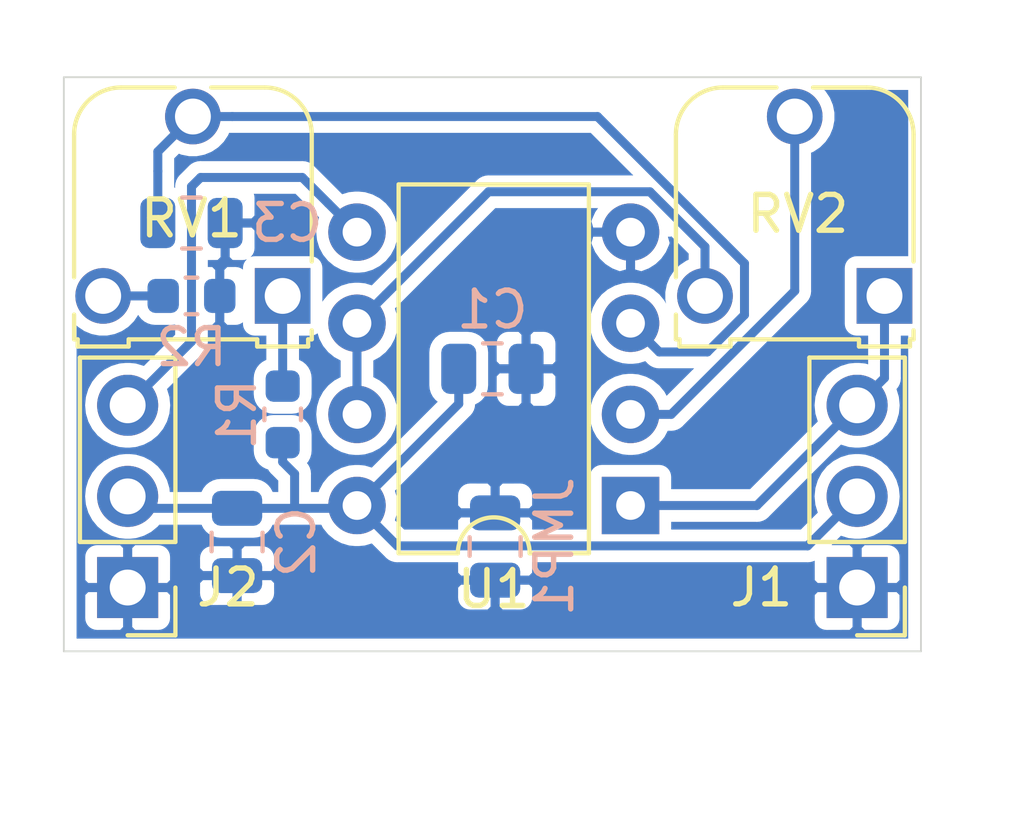
<source format=kicad_pcb>
(kicad_pcb (version 20240108) (generator "pcbnew") (generator_version "8.0")
  (layers (0 "F.Cu" signal) (31 "B.Cu" signal) (34 "B.Paste" user) (35 "F.Paste" user) (36 "B.SilkS" user "B.Silkscreen") (37 "F.SilkS" user "F.Silkscreen") (38 "B.Mask" user) (39 "F.Mask" user) (44 "Edge.Cuts" user))
  (net 0 "")
  (net 1 "+5V")
  (net 2 "GND")
  (net 3 "Net-(C3-Pad2)")
  (net 4 "/OUTPUT")
  (net 5 "Net-(J2-Pad3)")
  (net 6 "Net-(R1-Pad2)")
  (net 7 "Net-(R2-Pad1)")
  (net 8 "Net-(RV2-Pad2)")
  (net 9 "Net-(RV2-Pad3)")
  (footprint "Connector_PinHeader_2.54mm:PinHeader_1x03_P2.54mm_Vertical" (layer "F.Cu") (at 162.56 108.204 180)
    (property "Reference" "J1" (at 2.667 0 0) (layer "F.SilkS"))
    (property "Value" "Conn_01x03")
    (fp_line (start 1.33 1.27) (end 1.33 6.41) (stroke (width 0.12)) (layer "F.SilkS"))
    (fp_line (start -1.33 6.41) (end 1.33 6.41) (stroke (width 0.12)) (layer "F.SilkS"))
    (fp_line (start -1.33 1.27) (end 1.33 1.27) (stroke (width 0.12)) (layer "F.SilkS"))
    (fp_line (start -1.33 1.27) (end -1.33 6.41) (stroke (width 0.12)) (layer "F.SilkS"))
    (fp_line (start -1.33 0) (end -1.33 -1.33) (stroke (width 0.12)) (layer "F.SilkS"))
    (fp_line (start -1.33 -1.33) (end 0 -1.33) (stroke (width 0.12)) (layer "F.SilkS"))
    (pad "1" thru_hole rect (at 0 0 180) (size 1.7 1.7) (drill 1) (layers "*.Cu" "*.Mask") (net 2 "GND"))
    (pad "2" thru_hole oval (at 0 2.54 180) (size 1.7 1.7) (drill 1) (layers "*.Cu" "*.Mask") (net 1 "+5V"))
    (pad "3" thru_hole oval (at 0 5.08 180) (size 1.7 1.7) (drill 1) (layers "*.Cu" "*.Mask") (net 4 "/OUTPUT"))
  )
  (footprint "Package_DIP:DIP-8_W7.62mm" (layer "F.Cu") (at 156.2481 105.918 180)
    (property "Reference" "U1" (at 3.81 -2.33 0) (layer "F.SilkS"))
    (property "Value" "LMC6482")
    (fp_line (start 6.46 8.95) (end 6.46 -1.33) (stroke (width 0.12)) (layer "F.SilkS"))
    (fp_line (start 6.46 -1.33) (end 4.81 -1.33) (stroke (width 0.12)) (layer "F.SilkS"))
    (fp_line (start 2.81 -1.33) (end 1.16 -1.33) (stroke (width 0.12)) (layer "F.SilkS"))
    (fp_line (start 1.16 8.95) (end 6.46 8.95) (stroke (width 0.12)) (layer "F.SilkS"))
    (fp_line (start 1.16 -1.33) (end 1.16 8.95) (stroke (width 0.12)) (layer "F.SilkS"))
    (fp_arc (start 4.81 -1.33) (mid 3.81 -0.33) (end 2.81 -1.33) (stroke (width 0.12)) (layer "F.SilkS"))
    (pad "1" thru_hole rect (at 0 0 180) (size 1.6 1.6) (drill 0.8) (layers "*.Cu" "*.Mask") (net 4 "/OUTPUT"))
    (pad "2" thru_hole oval (at 0 2.54 180) (size 1.6 1.6) (drill 0.8) (layers "*.Cu" "*.Mask") (net 8 "Net-(RV2-Pad2)"))
    (pad "3" thru_hole oval (at 0 5.08 180) (size 1.6 1.6) (drill 0.8) (layers "*.Cu" "*.Mask") (net 3 "Net-(C3-Pad2)"))
    (pad "4" thru_hole oval (at 0 7.62 180) (size 1.6 1.6) (drill 0.8) (layers "*.Cu" "*.Mask") (net 2 "GND"))
    (pad "5" thru_hole oval (at 7.62 7.62 180) (size 1.6 1.6) (drill 0.8) (layers "*.Cu" "*.Mask") (net 5 "Net-(J2-Pad3)"))
    (pad "6" thru_hole oval (at 7.62 5.08 180) (size 1.6 1.6) (drill 0.8) (layers "*.Cu" "*.Mask") (net 9 "Net-(RV2-Pad3)"))
    (pad "7" thru_hole oval (at 7.62 2.54 180) (size 1.6 1.6) (drill 0.8) (layers "*.Cu" "*.Mask") (net 9 "Net-(RV2-Pad3)"))
    (pad "8" thru_hole oval (at 7.62 0 180) (size 1.6 1.6) (drill 0.8) (layers "*.Cu" "*.Mask") (net 1 "+5V"))
  )
  (footprint "Potentiometer_THT:Potentiometer_Runtron_RM-065_Vertical" (layer "F.Cu") (at 146.558 100.076 180)
    (property "Reference" "RV1" (at 2.54 2.159 0) (layer "F.SilkS"))
    (property "Value" "2k")
    (fp_line (start 5.81 0.52) (end 5.81 4.5) (stroke (width 0.12)) (layer "F.SilkS"))
    (fp_line (start 5.81 -1.21) (end 5.81 -0.52) (stroke (width 0.12)) (layer "F.SilkS"))
    (fp_line (start 5.71 -1.21) (end 5.81 -1.21) (stroke (width 0.12)) (layer "F.SilkS"))
    (fp_line (start 5.71 -1.41) (end 5.71 -1.21) (stroke (width 0.12)) (layer "F.SilkS"))
    (fp_line (start 4.5 5.81) (end 3.01 5.81) (stroke (width 0.12)) (layer "F.SilkS"))
    (fp_line (start 4.29 -1.21) (end 4.29 -1.41) (stroke (width 0.12)) (layer "F.SilkS"))
    (fp_line (start 4.29 -1.41) (end 5.71 -1.41) (stroke (width 0.12)) (layer "F.SilkS"))
    (fp_line (start 1.99 5.81) (end 0.5 5.81) (stroke (width 0.12)) (layer "F.SilkS"))
    (fp_line (start 0.71 -1.21) (end 4.29 -1.21) (stroke (width 0.12)) (layer "F.SilkS"))
    (fp_line (start 0.71 -1.21) (end 0.71 -1.41) (stroke (width 0.12)) (layer "F.SilkS"))
    (fp_line (start -0.71 -1.21) (end -0.81 -1.21) (stroke (width 0.12)) (layer "F.SilkS"))
    (fp_line (start -0.71 -1.41) (end 0.71 -1.41) (stroke (width 0.12)) (layer "F.SilkS"))
    (fp_line (start -0.71 -1.41) (end -0.71 -1.21) (stroke (width 0.12)) (layer "F.SilkS"))
    (fp_line (start -0.81 4.5) (end -0.81 0.96) (stroke (width 0.12)) (layer "F.SilkS"))
    (fp_line (start -0.81 -1.21) (end -0.81 -0.96) (stroke (width 0.12)) (layer "F.SilkS"))
    (fp_arc (start 5.81 4.5) (mid 5.42631 5.42631) (end 4.5 5.81) (stroke (width 0.12)) (layer "F.SilkS"))
    (fp_arc (start 0.5 5.81) (mid -0.42631 5.42631) (end -0.81 4.5) (stroke (width 0.12)) (layer "F.SilkS"))
    (pad "1" thru_hole rect (at 0 0 180) (size 1.55 1.55) (drill 1) (layers "*.Cu" "*.Mask") (net 6 "Net-(R1-Pad2)"))
    (pad "2" thru_hole circle (at 2.5 5 180) (size 1.55 1.55) (drill 1) (layers "*.Cu" "*.Mask") (net 3 "Net-(C3-Pad2)"))
    (pad "3" thru_hole circle (at 5 0 180) (size 1.55 1.55) (drill 1) (layers "*.Cu" "*.Mask") (net 7 "Net-(R2-Pad1)"))
  )
  (footprint "Potentiometer_THT:Potentiometer_Runtron_RM-065_Vertical" (layer "F.Cu") (at 163.322 100.076 180)
    (property "Reference" "RV2" (at 2.413 2.286 0) (layer "F.SilkS"))
    (property "Value" "300k")
    (fp_line (start 5.81 0.52) (end 5.81 4.5) (stroke (width 0.12)) (layer "F.SilkS"))
    (fp_line (start 5.81 -1.21) (end 5.81 -0.52) (stroke (width 0.12)) (layer "F.SilkS"))
    (fp_line (start 5.71 -1.21) (end 5.81 -1.21) (stroke (width 0.12)) (layer "F.SilkS"))
    (fp_line (start 5.71 -1.41) (end 5.71 -1.21) (stroke (width 0.12)) (layer "F.SilkS"))
    (fp_line (start 4.5 5.81) (end 3.01 5.81) (stroke (width 0.12)) (layer "F.SilkS"))
    (fp_line (start 4.29 -1.21) (end 4.29 -1.41) (stroke (width 0.12)) (layer "F.SilkS"))
    (fp_line (start 4.29 -1.41) (end 5.71 -1.41) (stroke (width 0.12)) (layer "F.SilkS"))
    (fp_line (start 1.99 5.81) (end 0.5 5.81) (stroke (width 0.12)) (layer "F.SilkS"))
    (fp_line (start 0.71 -1.21) (end 4.29 -1.21) (stroke (width 0.12)) (layer "F.SilkS"))
    (fp_line (start 0.71 -1.21) (end 0.71 -1.41) (stroke (width 0.12)) (layer "F.SilkS"))
    (fp_line (start -0.71 -1.21) (end -0.81 -1.21) (stroke (width 0.12)) (layer "F.SilkS"))
    (fp_line (start -0.71 -1.41) (end 0.71 -1.41) (stroke (width 0.12)) (layer "F.SilkS"))
    (fp_line (start -0.71 -1.41) (end -0.71 -1.21) (stroke (width 0.12)) (layer "F.SilkS"))
    (fp_line (start -0.81 4.5) (end -0.81 0.96) (stroke (width 0.12)) (layer "F.SilkS"))
    (fp_line (start -0.81 -1.21) (end -0.81 -0.96) (stroke (width 0.12)) (layer "F.SilkS"))
    (fp_arc (start 5.81 4.5) (mid 5.42631 5.42631) (end 4.5 5.81) (stroke (width 0.12)) (layer "F.SilkS"))
    (fp_arc (start 0.5 5.81) (mid -0.42631 5.42631) (end -0.81 4.5) (stroke (width 0.12)) (layer "F.SilkS"))
    (pad "1" thru_hole rect (at 0 0 180) (size 1.55 1.55) (drill 1) (layers "*.Cu" "*.Mask") (net 4 "/OUTPUT"))
    (pad "2" thru_hole circle (at 2.5 5 180) (size 1.55 1.55) (drill 1) (layers "*.Cu" "*.Mask") (net 8 "Net-(RV2-Pad2)"))
    (pad "3" thru_hole circle (at 5 0 180) (size 1.55 1.55) (drill 1) (layers "*.Cu" "*.Mask") (net 9 "Net-(RV2-Pad3)"))
  )
  (footprint "Connector_PinHeader_2.54mm:PinHeader_1x03_P2.54mm_Vertical" (layer "F.Cu") (at 142.24 108.204 180)
    (property "Reference" "J2" (at -2.794 0 0) (layer "F.SilkS"))
    (property "Value" "Hall")
    (fp_line (start 1.33 1.27) (end 1.33 6.41) (stroke (width 0.12)) (layer "F.SilkS"))
    (fp_line (start -1.33 6.41) (end 1.33 6.41) (stroke (width 0.12)) (layer "F.SilkS"))
    (fp_line (start -1.33 1.27) (end 1.33 1.27) (stroke (width 0.12)) (layer "F.SilkS"))
    (fp_line (start -1.33 1.27) (end -1.33 6.41) (stroke (width 0.12)) (layer "F.SilkS"))
    (fp_line (start -1.33 0) (end -1.33 -1.33) (stroke (width 0.12)) (layer "F.SilkS"))
    (fp_line (start -1.33 -1.33) (end 0 -1.33) (stroke (width 0.12)) (layer "F.SilkS"))
    (pad "1" thru_hole rect (at 0 0 180) (size 1.7 1.7) (drill 1) (layers "*.Cu" "*.Mask") (net 2 "GND"))
    (pad "2" thru_hole oval (at 0 2.54 180) (size 1.7 1.7) (drill 1) (layers "*.Cu" "*.Mask") (net 1 "+5V"))
    (pad "3" thru_hole oval (at 0 5.08 180) (size 1.7 1.7) (drill 1) (layers "*.Cu" "*.Mask") (net 5 "Net-(J2-Pad3)"))
  )
  (footprint "Capacitor_SMD:C_0805_2012Metric" (layer "B.Cu") (at 144.018 98.044 180)
    (property "Reference" "C3" (at -2.667 0 0) (layer "B.SilkS") (effects (justify mirror)))
    (property "Value" "100n")
    (fp_line (start -0.258578 0.71) (end 0.258578 0.71) (stroke (width 0.12)) (layer "B.SilkS"))
    (fp_line (start -0.258578 -0.71) (end 0.258578 -0.71) (stroke (width 0.12)) (layer "B.SilkS"))
    (pad "1" smd roundrect (at -0.9375 0 180) (size 0.975 1.4) (layers "B.Cu" "B.Paste" "B.Mask") (net 2 "GND"))
    (pad "2" smd roundrect (at 0.9375 0 180) (size 0.975 1.4) (layers "B.Cu" "B.Paste" "B.Mask") (net 3 "Net-(C3-Pad2)"))
  )
  (footprint "Resistor_SMD:R_0603_1608Metric" (layer "B.Cu") (at 146.558 103.378 90)
    (property "Reference" "R1" (at 0 -1.27 90) (layer "B.SilkS") (effects (justify mirror)))
    (property "Value" "10k")
    (fp_line (start -0.162779 -0.51) (end 0.162779 -0.51) (stroke (width 0.12)) (layer "B.SilkS"))
    (fp_line (start -0.162779 0.51) (end 0.162779 0.51) (stroke (width 0.12)) (layer "B.SilkS"))
    (pad "1" smd roundrect (at -0.7875 0 90) (size 0.875 0.95) (layers "B.Cu" "B.Paste" "B.Mask") (net 1 "+5V"))
    (pad "2" smd roundrect (at 0.7875 0 90) (size 0.875 0.95) (layers "B.Cu" "B.Paste" "B.Mask") (net 6 "Net-(R1-Pad2)"))
  )
  (footprint "Resistor_SMD:R_0603_1608Metric" (layer "B.Cu") (at 144.018 100.076)
    (property "Reference" "R2" (at 0 1.43 0) (layer "B.SilkS") (effects (justify mirror)))
    (property "Value" "10k")
    (fp_line (start -0.162779 -0.51) (end 0.162779 -0.51) (stroke (width 0.12)) (layer "B.SilkS"))
    (fp_line (start -0.162779 0.51) (end 0.162779 0.51) (stroke (width 0.12)) (layer "B.SilkS"))
    (pad "1" smd roundrect (at -0.7875 0) (size 0.875 0.95) (layers "B.Cu" "B.Paste" "B.Mask") (net 7 "Net-(R2-Pad1)"))
    (pad "2" smd roundrect (at 0.7875 0) (size 0.875 0.95) (layers "B.Cu" "B.Paste" "B.Mask") (net 2 "GND"))
  )
  (footprint "Capacitor_SMD:C_0805_2012Metric" (layer "B.Cu") (at 152.4 102.108 180)
    (property "Reference" "C1" (at 0 1.65 180) (layer "B.SilkS") (effects (justify mirror)))
    (property "Value" "10u")
    (fp_line (start -0.258578 0.71) (end 0.258578 0.71) (stroke (width 0.12)) (layer "B.SilkS"))
    (fp_line (start -0.258578 -0.71) (end 0.258578 -0.71) (stroke (width 0.12)) (layer "B.SilkS"))
    (pad "1" smd roundrect (at -0.9375 0 180) (size 0.975 1.4) (layers "B.Cu" "B.Paste" "B.Mask") (net 2 "GND"))
    (pad "2" smd roundrect (at 0.9375 0 180) (size 0.975 1.4) (layers "B.Cu" "B.Paste" "B.Mask") (net 1 "+5V"))
  )
  (footprint "Capacitor_SMD:C_0805_2012Metric" (layer "B.Cu") (at 145.288 106.934 90)
    (property "Reference" "C2" (at 0 1.65 90) (layer "B.SilkS") (effects (justify mirror)))
    (property "Value" "100n")
    (fp_line (start -0.258578 -0.71) (end 0.258578 -0.71) (stroke (width 0.12)) (layer "B.SilkS"))
    (fp_line (start -0.258578 0.71) (end 0.258578 0.71) (stroke (width 0.12)) (layer "B.SilkS"))
    (pad "1" smd roundrect (at -0.9375 0 90) (size 0.975 1.4) (layers "B.Cu" "B.Paste" "B.Mask") (net 2 "GND"))
    (pad "2" smd roundrect (at 0.9375 0 90) (size 0.975 1.4) (layers "B.Cu" "B.Paste" "B.Mask") (net 1 "+5V"))
  )
  (footprint "Resistor_SMD:R_0805_2012Metric" (layer "B.Cu") (at 152.4762 107.061 90)
    (property "Reference" "JMP1" (at 0 1.65 90) (layer "B.SilkS") (effects (justify mirror)))
    (property "Value" "R_0805_2012Metric")
    (fp_line (start -0.258578 -0.71) (end 0.258578 -0.71) (stroke (width 0.12)) (layer "B.SilkS"))
    (fp_line (start -0.258578 0.71) (end 0.258578 0.71) (stroke (width 0.12)) (layer "B.SilkS"))
    (pad "1" smd roundrect (at -0.9375 0 90) (size 0.975 1.4) (layers "B.Cu" "B.Paste" "B.Mask") (net 2 "GND"))
    (pad "2" smd roundrect (at 0.9375 0 90) (size 0.975 1.4) (layers "B.Cu" "B.Paste" "B.Mask") (net 2 "GND"))
  )
  (gr_line (start 164.338 93.98) (end 140.462 93.98) (stroke (width 0.05)) (layer "Edge.Cuts"))
  (gr_line (start 164.338 109.982) (end 164.338 93.98) (stroke (width 0.05)) (layer "Edge.Cuts"))
  (gr_line (start 140.462 93.98) (end 140.462 109.982) (stroke (width 0.05)) (layer "Edge.Cuts"))
  (gr_line (start 140.462 109.982) (end 164.338 109.982) (stroke (width 0.05)) (layer "Edge.Cuts"))
  (segment (start 146.8905 105.0355) (end 146.8905 105.9965) (width 0.25) (layer "B.Cu") (net 1))
  (segment (start 148.5496 105.9965) (end 148.6281 105.918) (width 0.25) (layer "B.Cu") (net 1))
  (segment (start 146.8905 105.9965) (end 148.5496 105.9965) (width 0.25) (layer "B.Cu") (net 1))
  (segment (start 145.288 105.9965) (end 146.8905 105.9965) (width 0.25) (layer "B.Cu") (net 1))
  (segment (start 151.4625 103.0836) (end 151.4625 102.108) (width 0.25) (layer "B.Cu") (net 1))
  (segment (start 148.6281 105.918) (end 149.753101 107.043001) (width 0.25) (layer "B.Cu") (net 1))
  (segment (start 146.558 104.1655) (end 146.558 104.703) (width 0.25) (layer "B.Cu") (net 1))
  (segment (start 149.753101 107.043001) (end 151.493001 107.043001) (width 0.25) (layer "B.Cu") (net 1))
  (segment (start 151.493001 107.043001) (end 161.180999 107.043001) (width 0.25) (layer "B.Cu") (net 1))
  (segment (start 145.288 105.9965) (end 142.5725 105.9965) (width 0.25) (layer "B.Cu") (net 1))
  (segment (start 148.6281 105.918) (end 151.4625 103.0836) (width 0.25) (layer "B.Cu") (net 1))
  (segment (start 146.558 104.703) (end 146.8905 105.0355) (width 0.25) (layer "B.Cu") (net 1))
  (segment (start 161.180999 107.043001) (end 161.710001 106.513999) (width 0.25) (layer "B.Cu") (net 1))
  (segment (start 142.5725 105.9965) (end 142.24 105.664) (width 0.25) (layer "B.Cu") (net 1))
  (segment (start 161.710001 106.513999) (end 162.56 105.664) (width 0.25) (layer "B.Cu") (net 1))
  (segment (start 143.0805 98.044) (end 143.0805 96.5985) (width 0.25) (layer "B.Cu") (net 3))
  (segment (start 155.327512 95.076) (end 145.154015 95.076) (width 0.25) (layer "B.Cu") (net 3))
  (segment (start 159.422001 99.170489) (end 155.327512 95.076) (width 0.25) (layer "B.Cu") (net 3))
  (segment (start 145.154015 95.076) (end 144.058 95.076) (width 0.25) (layer "B.Cu") (net 3))
  (segment (start 159.422001 100.604001) (end 159.422001 99.170489) (width 0.25) (layer "B.Cu") (net 3))
  (segment (start 143.0805 96.0535) (end 144.058 95.076) (width 0.25) (layer "B.Cu") (net 3))
  (segment (start 156.2481 100.838) (end 157.048099 101.637999) (width 0.25) (layer "B.Cu") (net 3))
  (segment (start 143.0805 96.5985) (end 143.0805 96.0535) (width 0.25) (layer "B.Cu") (net 3))
  (segment (start 158.388003 101.637999) (end 159.422001 100.604001) (width 0.25) (layer "B.Cu") (net 3))
  (segment (start 157.048099 101.637999) (end 158.388003 101.637999) (width 0.25) (layer "B.Cu") (net 3))
  (segment (start 159.766 105.918) (end 162.56 103.124) (width 0.25) (layer "B.Cu") (net 4))
  (segment (start 156.2481 105.918) (end 159.766 105.918) (width 0.25) (layer "B.Cu") (net 4))
  (segment (start 163.322 100.076) (end 163.322 102.362) (width 0.25) (layer "B.Cu") (net 4))
  (segment (start 163.322 102.362) (end 162.56 103.124) (width 0.25) (layer "B.Cu") (net 4))
  (segment (start 144.272 96.774) (end 147.1041 96.774) (width 0.25) (layer "B.Cu") (net 5))
  (segment (start 144.018 101.346) (end 144.018 97.028) (width 0.25) (layer "B.Cu") (net 5))
  (segment (start 147.1041 96.774) (end 147.828101 97.498001) (width 0.25) (layer "B.Cu") (net 5))
  (segment (start 147.828101 97.498001) (end 148.6281 98.298) (width 0.25) (layer "B.Cu") (net 5))
  (segment (start 144.018 97.028) (end 144.272 96.774) (width 0.25) (layer "B.Cu") (net 5))
  (segment (start 142.24 103.124) (end 144.018 101.346) (width 0.25) (layer "B.Cu") (net 5))
  (segment (start 146.558 100.076) (end 146.558 102.5905) (width 0.25) (layer "B.Cu") (net 6))
  (segment (start 141.558 100.076) (end 143.2305 100.076) (width 0.25) (layer "B.Cu") (net 7))
  (segment (start 157.37947 103.378) (end 156.2481 103.378) (width 0.25) (layer "B.Cu") (net 8))
  (segment (start 160.822 99.93547) (end 157.37947 103.378) (width 0.25) (layer "B.Cu") (net 8))
  (segment (start 160.822 95.076) (end 160.822 99.93547) (width 0.25) (layer "B.Cu") (net 8))
  (segment (start 156.788101 97.172999) (end 152.293101 97.172999) (width 0.25) (layer "B.Cu") (net 9))
  (segment (start 158.322 100.076) (end 158.322 98.706898) (width 0.25) (layer "B.Cu") (net 9))
  (segment (start 148.6281 100.838) (end 148.6281 103.378) (width 0.25) (layer "B.Cu") (net 9))
  (segment (start 152.293101 97.172999) (end 149.428099 100.038001) (width 0.25) (layer "B.Cu") (net 9))
  (segment (start 158.322 98.706898) (end 156.788101 97.172999) (width 0.25) (layer "B.Cu") (net 9))
  (segment (start 149.428099 100.038001) (end 148.6281 100.838) (width 0.25) (layer "B.Cu") (net 9))
  (zone (net 2) (net_name "GND") (layer "B.Cu") (connect_pads (clearance 0.2032)) (min_thickness 0.254) (fill yes (thermal_gap 0.2032) (thermal_bridge_width 0.508))
    (polygon (pts (xy 138.684 92.202) (xy 138.684 111.252) (xy 166.116 111.252) (xy 166.116 92.202)))
  )
)
</source>
